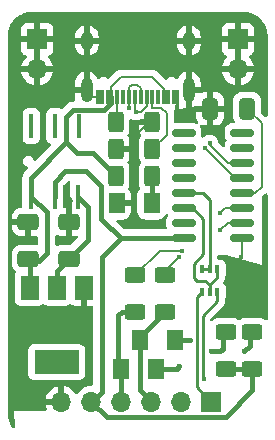
<source format=gbr>
%TF.GenerationSoftware,KiCad,Pcbnew,7.0.1*%
%TF.CreationDate,2023-05-22T21:01:38-04:00*%
%TF.ProjectId,PCB_USB_TTL,5043425f-5553-4425-9f54-544c2e6b6963,rev?*%
%TF.SameCoordinates,Original*%
%TF.FileFunction,Copper,L1,Top*%
%TF.FilePolarity,Positive*%
%FSLAX46Y46*%
G04 Gerber Fmt 4.6, Leading zero omitted, Abs format (unit mm)*
G04 Created by KiCad (PCBNEW 7.0.1) date 2023-05-22 21:01:38*
%MOMM*%
%LPD*%
G01*
G04 APERTURE LIST*
G04 Aperture macros list*
%AMRoundRect*
0 Rectangle with rounded corners*
0 $1 Rounding radius*
0 $2 $3 $4 $5 $6 $7 $8 $9 X,Y pos of 4 corners*
0 Add a 4 corners polygon primitive as box body*
4,1,4,$2,$3,$4,$5,$6,$7,$8,$9,$2,$3,0*
0 Add four circle primitives for the rounded corners*
1,1,$1+$1,$2,$3*
1,1,$1+$1,$4,$5*
1,1,$1+$1,$6,$7*
1,1,$1+$1,$8,$9*
0 Add four rect primitives between the rounded corners*
20,1,$1+$1,$2,$3,$4,$5,0*
20,1,$1+$1,$4,$5,$6,$7,0*
20,1,$1+$1,$6,$7,$8,$9,0*
20,1,$1+$1,$8,$9,$2,$3,0*%
G04 Aperture macros list end*
%TA.AperFunction,SMDPad,CuDef*%
%ADD10RoundRect,0.150000X0.825000X0.150000X-0.825000X0.150000X-0.825000X-0.150000X0.825000X-0.150000X0*%
%TD*%
%TA.AperFunction,SMDPad,CuDef*%
%ADD11RoundRect,0.250000X-0.625000X0.400000X-0.625000X-0.400000X0.625000X-0.400000X0.625000X0.400000X0*%
%TD*%
%TA.AperFunction,SMDPad,CuDef*%
%ADD12RoundRect,0.250000X0.650000X-0.412500X0.650000X0.412500X-0.650000X0.412500X-0.650000X-0.412500X0*%
%TD*%
%TA.AperFunction,SMDPad,CuDef*%
%ADD13RoundRect,0.250001X-0.462499X-0.624999X0.462499X-0.624999X0.462499X0.624999X-0.462499X0.624999X0*%
%TD*%
%TA.AperFunction,SMDPad,CuDef*%
%ADD14R,1.500000X2.000000*%
%TD*%
%TA.AperFunction,SMDPad,CuDef*%
%ADD15R,3.800000X2.000000*%
%TD*%
%TA.AperFunction,SMDPad,CuDef*%
%ADD16RoundRect,0.250000X0.625000X-0.400000X0.625000X0.400000X-0.625000X0.400000X-0.625000X-0.400000X0*%
%TD*%
%TA.AperFunction,SMDPad,CuDef*%
%ADD17RoundRect,0.250000X0.400000X0.625000X-0.400000X0.625000X-0.400000X-0.625000X0.400000X-0.625000X0*%
%TD*%
%TA.AperFunction,SMDPad,CuDef*%
%ADD18RoundRect,0.250000X-0.412500X-0.650000X0.412500X-0.650000X0.412500X0.650000X-0.412500X0.650000X0*%
%TD*%
%TA.AperFunction,SMDPad,CuDef*%
%ADD19RoundRect,0.250000X-0.400000X-0.625000X0.400000X-0.625000X0.400000X0.625000X-0.400000X0.625000X0*%
%TD*%
%TA.AperFunction,SMDPad,CuDef*%
%ADD20R,0.400000X0.650000*%
%TD*%
%TA.AperFunction,SMDPad,CuDef*%
%ADD21R,0.300000X1.150000*%
%TD*%
%TA.AperFunction,ComponentPad*%
%ADD22O,1.000000X2.100000*%
%TD*%
%TA.AperFunction,ComponentPad*%
%ADD23O,1.000000X1.600000*%
%TD*%
%TA.AperFunction,SMDPad,CuDef*%
%ADD24R,0.450000X2.000000*%
%TD*%
%TA.AperFunction,ComponentPad*%
%ADD25R,1.700000X1.700000*%
%TD*%
%TA.AperFunction,ComponentPad*%
%ADD26O,1.700000X1.700000*%
%TD*%
%TA.AperFunction,ViaPad*%
%ADD27C,0.400000*%
%TD*%
%TA.AperFunction,ViaPad*%
%ADD28C,0.800000*%
%TD*%
%TA.AperFunction,Conductor*%
%ADD29C,0.450000*%
%TD*%
%TA.AperFunction,Conductor*%
%ADD30C,0.200000*%
%TD*%
%TA.AperFunction,Conductor*%
%ADD31C,0.250000*%
%TD*%
G04 APERTURE END LIST*
D10*
%TO.P,U3,1,GND*%
%TO.N,GND*%
X152350000Y-80140000D03*
%TO.P,U3,2,TXD*%
%TO.N,Net-(U3-TXD)*%
X152350000Y-78870000D03*
%TO.P,U3,3,RXD*%
%TO.N,Net-(U3-RXD)*%
X152350000Y-77600000D03*
%TO.P,U3,4,V3*%
%TO.N,Net-(U3-V3)*%
X152350000Y-76330000D03*
%TO.P,U3,5,UD+*%
%TO.N,/D+*%
X152350000Y-75060000D03*
%TO.P,U3,6,UD-*%
%TO.N,/D-*%
X152350000Y-73790000D03*
%TO.P,U3,7,NC*%
%TO.N,unconnected-(U3-NC-Pad7)*%
X152350000Y-72520000D03*
%TO.P,U3,8,NC*%
%TO.N,unconnected-(U3-NC-Pad8)*%
X152350000Y-71250000D03*
%TO.P,U3,9,~{CTS}*%
%TO.N,unconnected-(U3-~{CTS}-Pad9)*%
X147400000Y-71250000D03*
%TO.P,U3,10,~{DSR}*%
%TO.N,unconnected-(U3-~{DSR}-Pad10)*%
X147400000Y-72520000D03*
%TO.P,U3,11,~{RI}*%
%TO.N,unconnected-(U3-~{RI}-Pad11)*%
X147400000Y-73790000D03*
%TO.P,U3,12,~{DCD}*%
%TO.N,unconnected-(U3-~{DCD}-Pad12)*%
X147400000Y-75060000D03*
%TO.P,U3,13,~{DTR}*%
%TO.N,/DTR*%
X147400000Y-76330000D03*
%TO.P,U3,14,~{RTS}*%
%TO.N,/RTS*%
X147400000Y-77600000D03*
%TO.P,U3,15,R232*%
%TO.N,unconnected-(U3-R232-Pad15)*%
X147400000Y-78870000D03*
%TO.P,U3,16,VCC*%
%TO.N,VCC*%
X147400000Y-80140000D03*
%TD*%
D11*
%TO.P,R4,1*%
%TO.N,Net-(U3-TXD)*%
X145800000Y-83300000D03*
%TO.P,R4,2*%
%TO.N,/TX*%
X145800000Y-86400000D03*
%TD*%
D12*
%TO.P,C1,1*%
%TO.N,+5V*%
X134250000Y-81912500D03*
%TO.P,C1,2*%
%TO.N,GND*%
X134250000Y-78787500D03*
%TD*%
D11*
%TO.P,R5,1*%
%TO.N,Net-(U3-RXD)*%
X143300000Y-83300000D03*
%TO.P,R5,2*%
%TO.N,/RX*%
X143300000Y-86400000D03*
%TD*%
D13*
%TO.P,D1,1,K*%
%TO.N,GND*%
X141712500Y-77200000D03*
%TO.P,D1,2,A*%
%TO.N,Net-(D1-A)*%
X144687500Y-77200000D03*
%TD*%
D14*
%TO.P,U1,1,GND*%
%TO.N,GND*%
X138950000Y-84350000D03*
%TO.P,U1,2,Q*%
%TO.N,+3.3V*%
X136650000Y-84350000D03*
%TO.P,U1,3,I*%
%TO.N,+5V*%
X134350000Y-84350000D03*
D15*
%TO.P,U1,4*%
%TO.N,N/C*%
X136650000Y-90650000D03*
%TD*%
D12*
%TO.P,C3,1*%
%TO.N,+3.3V*%
X137700000Y-81912500D03*
%TO.P,C3,2*%
%TO.N,GND*%
X137700000Y-78787500D03*
%TD*%
D11*
%TO.P,R6,1*%
%TO.N,Net-(D2-A)*%
X153200000Y-88100000D03*
%TO.P,R6,2*%
%TO.N,VCC*%
X153200000Y-91200000D03*
%TD*%
D16*
%TO.P,R7,1*%
%TO.N,VCC*%
X151000000Y-91200000D03*
%TO.P,R7,2*%
%TO.N,Net-(D3-A)*%
X151000000Y-88100000D03*
%TD*%
D17*
%TO.P,R9,1*%
%TO.N,GND*%
X144750000Y-70300000D03*
%TO.P,R9,2*%
%TO.N,Net-(P1-VCONN)*%
X141650000Y-70300000D03*
%TD*%
D18*
%TO.P,C2,1*%
%TO.N,GND*%
X149637500Y-69200000D03*
%TO.P,C2,2*%
%TO.N,Net-(U3-V3)*%
X152762500Y-69200000D03*
%TD*%
D19*
%TO.P,R3,1*%
%TO.N,+5V*%
X141650000Y-74900000D03*
%TO.P,R3,2*%
%TO.N,Net-(D1-A)*%
X144750000Y-74900000D03*
%TD*%
D17*
%TO.P,R8,1*%
%TO.N,Net-(P1-CC)*%
X144750000Y-72600000D03*
%TO.P,R8,2*%
%TO.N,GND*%
X141650000Y-72600000D03*
%TD*%
D20*
%TO.P,Q3,1,E1*%
%TO.N,/RTS*%
X150250000Y-82800000D03*
%TO.P,Q3,2,B1*%
%TO.N,/DTR*%
X149600000Y-82800000D03*
%TO.P,Q3,3,C2*%
X148950000Y-82800000D03*
%TO.P,Q3,4,E2*%
%TO.N,/ESP_IO0*%
X148950000Y-84700000D03*
%TO.P,Q3,5,B2*%
%TO.N,/RTS*%
X149600000Y-84700000D03*
%TO.P,Q3,6,C1*%
%TO.N,/REST*%
X150250000Y-84700000D03*
%TD*%
D21*
%TO.P,P1,A1,GND*%
%TO.N,GND*%
X146850000Y-68170000D03*
%TO.P,P1,A4,VBUS*%
%TO.N,+5V*%
X146050000Y-68170000D03*
%TO.P,P1,A5,CC*%
%TO.N,Net-(P1-CC)*%
X144750000Y-68170000D03*
%TO.P,P1,A6,D+*%
%TO.N,/D+*%
X143750000Y-68170000D03*
%TO.P,P1,A7,D-*%
%TO.N,/D-*%
X143250000Y-68170000D03*
%TO.P,P1,A8,SBU1*%
%TO.N,unconnected-(P1-SBU1-PadA8)*%
X142250000Y-68170000D03*
%TO.P,P1,A9,VBUS*%
%TO.N,+5V*%
X140950000Y-68170000D03*
%TO.P,P1,A12,GND*%
%TO.N,GND*%
X140150000Y-68170000D03*
%TO.P,P1,B1,GND*%
X140450000Y-68170000D03*
%TO.P,P1,B4,VBUS*%
%TO.N,+5V*%
X141250000Y-68170000D03*
%TO.P,P1,B5,VCONN*%
%TO.N,Net-(P1-VCONN)*%
X141750000Y-68170000D03*
%TO.P,P1,B6*%
%TO.N,N/C*%
X142750000Y-68170000D03*
%TO.P,P1,B7*%
X144250000Y-68170000D03*
%TO.P,P1,B8,SBU2*%
%TO.N,unconnected-(P1-SBU2-PadB8)*%
X145250000Y-68170000D03*
%TO.P,P1,B9,VBUS*%
%TO.N,+5V*%
X145750000Y-68170000D03*
%TO.P,P1,B12,GND*%
%TO.N,GND*%
X146550000Y-68170000D03*
D22*
%TO.P,P1,S1,SHIELD*%
X147820000Y-67605000D03*
D23*
X147820000Y-63425000D03*
D22*
X139180000Y-67605000D03*
D23*
X139180000Y-63425000D03*
%TD*%
D13*
%TO.P,D3,1,K*%
%TO.N,/RX*%
X142112500Y-91200000D03*
%TO.P,D3,2,A*%
%TO.N,Net-(D3-A)*%
X145087500Y-91200000D03*
%TD*%
%TO.P,D2,1,K*%
%TO.N,/TX*%
X143712500Y-88800000D03*
%TO.P,D2,2,A*%
%TO.N,Net-(D2-A)*%
X146687500Y-88800000D03*
%TD*%
D24*
%TO.P,SW1,1*%
%TO.N,unconnected-(SW1-Pad1)*%
X134500000Y-70650000D03*
%TO.P,SW1,2*%
%TO.N,unconnected-(SW1-Pad2)*%
X136500000Y-70650000D03*
%TO.P,SW1,3*%
%TO.N,unconnected-(SW1-Pad3)*%
X138500000Y-70650000D03*
%TO.P,SW1,4*%
%TO.N,+5V*%
X134468000Y-76650000D03*
%TO.P,SW1,5*%
%TO.N,VCC*%
X136468000Y-76650000D03*
%TO.P,SW1,6*%
%TO.N,+3.3V*%
X138468000Y-76650000D03*
%TD*%
D25*
%TO.P,J3,1,Pin_1*%
%TO.N,GND*%
X135000000Y-63325000D03*
D26*
%TO.P,J3,2,Pin_2*%
X135000000Y-65865000D03*
%TD*%
D25*
%TO.P,J2,1,Pin_1*%
%TO.N,/ESP_IO0*%
X149750000Y-94000000D03*
D26*
%TO.P,J2,2,Pin_2*%
%TO.N,/REST*%
X147210000Y-94000000D03*
%TO.P,J2,3,Pin_3*%
%TO.N,/TX*%
X144670000Y-94000000D03*
%TO.P,J2,4,Pin_4*%
%TO.N,/RX*%
X142130000Y-94000000D03*
%TO.P,J2,5,Pin_5*%
%TO.N,VCC*%
X139590000Y-94000000D03*
%TO.P,J2,6,Pin_6*%
%TO.N,GND*%
X137050000Y-94000000D03*
%TD*%
D25*
%TO.P,J4,1,Pin_1*%
%TO.N,GND*%
X152000000Y-63325000D03*
D26*
%TO.P,J4,2,Pin_2*%
X152000000Y-65865000D03*
%TD*%
D27*
%TO.N,GND*%
X152250000Y-81750000D03*
X143250000Y-71500000D03*
D28*
X137600000Y-77000000D03*
D27*
%TO.N,/REST*%
X149105000Y-92105000D03*
%TO.N,/D+*%
X142743376Y-69177350D03*
X149197966Y-72546429D03*
%TO.N,/D-*%
X143349486Y-69450193D03*
X149600000Y-72100000D03*
%TO.N,Net-(D2-A)*%
X147900000Y-88800000D03*
X152500000Y-89750000D03*
%TO.N,Net-(D3-A)*%
X147000000Y-91000000D03*
X149750000Y-89750000D03*
%TO.N,Net-(U3-TXD)*%
X147000000Y-81750000D03*
X150500000Y-79500000D03*
%TO.N,Net-(U3-RXD)*%
X150500000Y-78000000D03*
X147268106Y-81213788D03*
%TD*%
D29*
%TO.N,+5V*%
X134468000Y-76650000D02*
X134468000Y-75032000D01*
X137450000Y-72050000D02*
X137450000Y-69900000D01*
X138025000Y-69325000D02*
X140670000Y-69325000D01*
X138366776Y-72966776D02*
X137450000Y-72050000D01*
X141650000Y-74900000D02*
X139716776Y-72966776D01*
X134468000Y-76650000D02*
X135800000Y-77982000D01*
X135137500Y-82112500D02*
X134250000Y-82112500D01*
X141250000Y-68745000D02*
X141250000Y-68170000D01*
X134468000Y-75032000D02*
X137450000Y-72050000D01*
X134350000Y-82212500D02*
X134250000Y-82112500D01*
D30*
X141250000Y-67345000D02*
X142095000Y-66500000D01*
X144750000Y-66500000D02*
X145750000Y-67500000D01*
D29*
X137450000Y-69900000D02*
X138025000Y-69325000D01*
D30*
X142095000Y-66500000D02*
X144750000Y-66500000D01*
X141250000Y-68170000D02*
X141250000Y-67345000D01*
D29*
X135800000Y-77982000D02*
X135800000Y-81450000D01*
X134350000Y-84350000D02*
X134350000Y-82212500D01*
D30*
X145750000Y-67500000D02*
X145750000Y-68170000D01*
D29*
X135800000Y-81450000D02*
X135137500Y-82112500D01*
X139716776Y-72966776D02*
X138366776Y-72966776D01*
X140670000Y-69325000D02*
X141250000Y-68745000D01*
%TO.N,GND*%
X137700000Y-78787500D02*
X137700000Y-77100000D01*
X137700000Y-77100000D02*
X137600000Y-77000000D01*
D30*
X144450000Y-70300000D02*
X143250000Y-71500000D01*
X152350000Y-81650000D02*
X152250000Y-81750000D01*
X140150000Y-68170000D02*
X139745000Y-68170000D01*
X144750000Y-70300000D02*
X144450000Y-70300000D01*
X139745000Y-68170000D02*
X139180000Y-67605000D01*
X152350000Y-80140000D02*
X152350000Y-81650000D01*
D29*
%TO.N,+3.3V*%
X139300000Y-77482000D02*
X139300000Y-80312500D01*
X136650000Y-84350000D02*
X136650000Y-82962500D01*
X139300000Y-80312500D02*
X137700000Y-81912500D01*
X136650000Y-82962500D02*
X137700000Y-81912500D01*
X138468000Y-76650000D02*
X139300000Y-77482000D01*
D30*
%TO.N,Net-(U3-V3)*%
X152762500Y-69200000D02*
X154000000Y-70437500D01*
X154000000Y-75800000D02*
X153460000Y-76340000D01*
X153460000Y-76340000D02*
X152100000Y-76340000D01*
X154000000Y-70437500D02*
X154000000Y-75800000D01*
D29*
%TO.N,VCC*%
X140440000Y-93150000D02*
X140440000Y-81760000D01*
X140440000Y-81760000D02*
X142050000Y-80150000D01*
X139590000Y-94000000D02*
X140440000Y-93150000D01*
X136468000Y-75382000D02*
X137350000Y-74500000D01*
X139150000Y-74500000D02*
X140400000Y-75750000D01*
X140865000Y-95275000D02*
X150975000Y-95275000D01*
X139590000Y-94000000D02*
X140865000Y-95275000D01*
X136468000Y-76650000D02*
X136468000Y-75382000D01*
X153200000Y-93050000D02*
X153200000Y-91200000D01*
X140400000Y-78500000D02*
X142050000Y-80150000D01*
X137350000Y-74500000D02*
X139150000Y-74500000D01*
X140400000Y-75750000D02*
X140400000Y-78500000D01*
X150975000Y-95275000D02*
X153200000Y-93050000D01*
X153200000Y-91200000D02*
X151000000Y-91200000D01*
X142050000Y-80150000D02*
X147150000Y-80150000D01*
D31*
%TO.N,/ESP_IO0*%
X148500000Y-92750000D02*
X149750000Y-94000000D01*
X148950000Y-84700000D02*
X148500000Y-85150000D01*
X148500000Y-85150000D02*
X148500000Y-92750000D01*
%TO.N,/REST*%
X150250000Y-85500000D02*
X150250000Y-84700000D01*
X149000000Y-86750000D02*
X150250000Y-85500000D01*
X149105000Y-92105000D02*
X149000000Y-92000000D01*
X149000000Y-92000000D02*
X149000000Y-86750000D01*
D29*
%TO.N,/TX*%
X143712500Y-88800000D02*
X143712500Y-93042500D01*
X143712500Y-88800000D02*
X143712500Y-88487500D01*
X143712500Y-93042500D02*
X144670000Y-94000000D01*
X143712500Y-88487500D02*
X145800000Y-86400000D01*
%TO.N,/RX*%
X142130000Y-91217500D02*
X142112500Y-91200000D01*
X142150000Y-86400000D02*
X141850000Y-86700000D01*
X141850000Y-86700000D02*
X141850000Y-90937500D01*
X142130000Y-94000000D02*
X142130000Y-91217500D01*
X141850000Y-90937500D02*
X142112500Y-91200000D01*
X143300000Y-86400000D02*
X142150000Y-86400000D01*
%TO.N,Net-(D1-A)*%
X144687500Y-77200000D02*
X144687500Y-74962500D01*
X144687500Y-74962500D02*
X144750000Y-74900000D01*
D30*
%TO.N,/D+*%
X143450000Y-67150000D02*
X143750000Y-67450000D01*
X142750000Y-67400000D02*
X143000000Y-67150000D01*
X142743376Y-69177350D02*
X142743376Y-68176624D01*
X149235033Y-72546429D02*
X151758604Y-75070000D01*
X143750000Y-67450000D02*
X143750000Y-68170000D01*
X142743376Y-68176624D02*
X142750000Y-68170000D01*
X149197966Y-72546429D02*
X149235033Y-72546429D01*
X151758604Y-75070000D02*
X152100000Y-75070000D01*
X142750000Y-68170000D02*
X142750000Y-67400000D01*
X143000000Y-67150000D02*
X143450000Y-67150000D01*
%TO.N,/D-*%
X144250000Y-68995000D02*
X144250000Y-68170000D01*
X143300000Y-68220000D02*
X143250000Y-68170000D01*
X143300000Y-69400707D02*
X143300000Y-68220000D01*
X143349486Y-69450193D02*
X143794807Y-69450193D01*
X143794807Y-69450193D02*
X144250000Y-68995000D01*
X143349486Y-69450193D02*
X143300000Y-69400707D01*
X151150000Y-73800000D02*
X152100000Y-73800000D01*
X149600000Y-72100000D02*
X149600000Y-72250000D01*
X149600000Y-72250000D02*
X151150000Y-73800000D01*
D29*
%TO.N,Net-(D2-A)*%
X153000000Y-88300000D02*
X153200000Y-88100000D01*
X153000000Y-89250000D02*
X153000000Y-88300000D01*
X152500000Y-89750000D02*
X153000000Y-89250000D01*
X147900000Y-88800000D02*
X146687500Y-88800000D01*
%TO.N,Net-(D3-A)*%
X146800000Y-91200000D02*
X147000000Y-91000000D01*
X145087500Y-91200000D02*
X146800000Y-91200000D01*
X150750000Y-89500000D02*
X150750000Y-88350000D01*
X150750000Y-88350000D02*
X151000000Y-88100000D01*
X149750000Y-89750000D02*
X150500000Y-89750000D01*
X150500000Y-89750000D02*
X150750000Y-89500000D01*
D30*
%TO.N,Net-(P1-VCONN)*%
X141775000Y-70275000D02*
X141775000Y-68170000D01*
X141750000Y-70300000D02*
X141775000Y-70275000D01*
D31*
%TO.N,/RTS*%
X149225000Y-83750000D02*
X149600000Y-84125000D01*
X148250000Y-82325000D02*
X148250000Y-83500000D01*
X149600000Y-84700000D02*
X149600000Y-84125000D01*
X148160355Y-77610000D02*
X149050000Y-78499645D01*
X149050000Y-78499645D02*
X149050000Y-81525000D01*
X147150000Y-77610000D02*
X148160355Y-77610000D01*
X148500000Y-83750000D02*
X149225000Y-83750000D01*
X150250000Y-83475000D02*
X150250000Y-82800000D01*
X149050000Y-81525000D02*
X148250000Y-82325000D01*
X148250000Y-83500000D02*
X148500000Y-83750000D01*
X149600000Y-84125000D02*
X150250000Y-83475000D01*
%TO.N,/DTR*%
X149600000Y-76900000D02*
X149040000Y-76340000D01*
X149600000Y-82800000D02*
X148950000Y-82800000D01*
X149600000Y-82800000D02*
X149600000Y-76900000D01*
X149040000Y-76340000D02*
X147150000Y-76340000D01*
D30*
%TO.N,Net-(P1-CC)*%
X145950000Y-71400000D02*
X144750000Y-72600000D01*
X145950000Y-69597183D02*
X145950000Y-71400000D01*
X145477817Y-69125000D02*
X145950000Y-69597183D01*
X144750000Y-68170000D02*
X144750000Y-69125000D01*
X144750000Y-69125000D02*
X145477817Y-69125000D01*
%TO.N,Net-(U3-TXD)*%
X145800000Y-83300000D02*
X145800000Y-82950000D01*
X150500000Y-79500000D02*
X151130000Y-78870000D01*
X151130000Y-78870000D02*
X152350000Y-78870000D01*
X145800000Y-82950000D02*
X147000000Y-81750000D01*
%TO.N,Net-(U3-RXD)*%
X150500000Y-78000000D02*
X150900000Y-77600000D01*
X143300000Y-83300000D02*
X145386212Y-81213788D01*
X145386212Y-81213788D02*
X147268106Y-81213788D01*
X150900000Y-77600000D02*
X152350000Y-77600000D01*
%TD*%
%TA.AperFunction,Conductor*%
%TO.N,GND*%
G36*
X152504119Y-61000770D02*
G01*
X152583648Y-61005982D01*
X152761461Y-61018699D01*
X152777024Y-61020796D01*
X152888397Y-61042949D01*
X152890394Y-61043364D01*
X153030143Y-61073765D01*
X153043806Y-61077557D01*
X153157737Y-61116232D01*
X153161067Y-61117417D01*
X153288725Y-61165031D01*
X153300384Y-61170065D01*
X153410600Y-61224418D01*
X153415254Y-61226835D01*
X153532421Y-61290812D01*
X153541994Y-61296608D01*
X153645238Y-61365594D01*
X153650724Y-61369477D01*
X153756668Y-61448786D01*
X153764216Y-61454906D01*
X153857936Y-61537097D01*
X153863953Y-61542733D01*
X153957265Y-61636045D01*
X153962901Y-61642062D01*
X154045092Y-61735782D01*
X154051218Y-61743337D01*
X154105338Y-61815633D01*
X154130519Y-61849271D01*
X154134415Y-61854776D01*
X154203382Y-61957993D01*
X154209196Y-61967595D01*
X154273162Y-62084742D01*
X154275580Y-62089398D01*
X154329925Y-62199597D01*
X154334975Y-62211293D01*
X154382549Y-62338843D01*
X154383794Y-62342342D01*
X154422434Y-62456170D01*
X154426240Y-62469881D01*
X154456613Y-62609506D01*
X154457071Y-62611708D01*
X154479200Y-62722959D01*
X154481300Y-62738551D01*
X154493993Y-62916021D01*
X154494044Y-62916768D01*
X154499230Y-62995880D01*
X154499500Y-63004122D01*
X154499500Y-69772261D01*
X154485767Y-69829464D01*
X154447561Y-69874197D01*
X154393211Y-69896710D01*
X154334564Y-69892094D01*
X154284405Y-69861356D01*
X153970404Y-69547355D01*
X153943090Y-69506478D01*
X153933499Y-69458260D01*
X153933499Y-68499460D01*
X153933499Y-68499456D01*
X153922887Y-68395574D01*
X153867115Y-68227262D01*
X153774030Y-68076348D01*
X153774028Y-68076346D01*
X153774027Y-68076344D01*
X153648655Y-67950972D01*
X153648652Y-67950970D01*
X153497738Y-67857885D01*
X153329426Y-67802113D01*
X153225545Y-67791500D01*
X153225540Y-67791500D01*
X152299459Y-67791500D01*
X152195573Y-67802113D01*
X152027262Y-67857885D01*
X151876344Y-67950972D01*
X151750972Y-68076344D01*
X151750970Y-68076348D01*
X151657885Y-68227262D01*
X151602113Y-68395574D01*
X151592769Y-68487040D01*
X151591500Y-68499459D01*
X151591500Y-69900540D01*
X151599518Y-69979024D01*
X151602113Y-70004426D01*
X151657885Y-70172738D01*
X151704884Y-70248935D01*
X151705142Y-70249353D01*
X151723871Y-70312752D01*
X151707925Y-70376907D01*
X151661693Y-70424158D01*
X151597901Y-70441500D01*
X151458498Y-70441500D01*
X151435167Y-70443336D01*
X151421166Y-70444438D01*
X151261400Y-70490854D01*
X151118189Y-70575549D01*
X151000549Y-70693189D01*
X150915854Y-70836400D01*
X150869438Y-70996166D01*
X150869438Y-70996169D01*
X150866500Y-71033498D01*
X150866500Y-71466502D01*
X150868598Y-71493165D01*
X150869438Y-71503833D01*
X150912623Y-71652477D01*
X150915855Y-71663601D01*
X150996521Y-71800000D01*
X151008650Y-71820508D01*
X151005071Y-71822624D01*
X151022256Y-71852389D01*
X151022256Y-71917611D01*
X151005071Y-71947375D01*
X151008650Y-71949492D01*
X150915854Y-72106400D01*
X150869438Y-72266166D01*
X150869438Y-72266169D01*
X150867308Y-72293241D01*
X150866500Y-72303503D01*
X150866500Y-72351761D01*
X150852767Y-72408964D01*
X150814561Y-72453697D01*
X150760211Y-72476210D01*
X150701564Y-72471594D01*
X150651405Y-72440856D01*
X150344885Y-72134336D01*
X150320695Y-72100400D01*
X150308899Y-72060428D01*
X150292965Y-71929199D01*
X150231955Y-71768327D01*
X150231954Y-71768325D01*
X150134215Y-71626727D01*
X150005430Y-71512633D01*
X149853083Y-71432675D01*
X149686028Y-71391500D01*
X149513972Y-71391500D01*
X149346917Y-71432675D01*
X149346916Y-71432675D01*
X149346914Y-71432676D01*
X149194571Y-71512632D01*
X149089939Y-71605328D01*
X149037573Y-71633094D01*
X148978305Y-71633846D01*
X148925252Y-71607416D01*
X148890152Y-71559654D01*
X148880775Y-71501128D01*
X148883500Y-71466508D01*
X148883500Y-71033503D01*
X148883500Y-71033498D01*
X148880562Y-70996169D01*
X148834145Y-70836399D01*
X148771939Y-70731215D01*
X148754546Y-70673262D01*
X148766175Y-70613881D01*
X148804145Y-70566768D01*
X148859700Y-70542789D01*
X148920027Y-70547474D01*
X149070671Y-70597393D01*
X149174497Y-70608000D01*
X149383500Y-70608000D01*
X149383500Y-69454000D01*
X149891500Y-69454000D01*
X149891500Y-70608000D01*
X150100503Y-70608000D01*
X150204328Y-70597393D01*
X150372522Y-70541659D01*
X150523342Y-70448632D01*
X150648632Y-70323342D01*
X150741659Y-70172522D01*
X150797393Y-70004328D01*
X150808000Y-69900503D01*
X150808000Y-69454000D01*
X149891500Y-69454000D01*
X149383500Y-69454000D01*
X148467000Y-69454000D01*
X148467000Y-69900503D01*
X148477606Y-70004328D01*
X148533340Y-70172522D01*
X148610605Y-70297787D01*
X148629043Y-70354940D01*
X148618931Y-70414136D01*
X148582567Y-70461928D01*
X148528211Y-70487460D01*
X148468211Y-70484931D01*
X148328833Y-70444438D01*
X148318165Y-70443598D01*
X148291502Y-70441500D01*
X148291497Y-70441500D01*
X146684500Y-70441500D01*
X146621500Y-70424619D01*
X146575381Y-70378500D01*
X146558500Y-70315500D01*
X146558500Y-69645327D01*
X146559578Y-69628881D01*
X146559769Y-69627425D01*
X146563751Y-69597183D01*
X146542838Y-69438332D01*
X146542837Y-69438329D01*
X146538235Y-69427217D01*
X146529251Y-69366649D01*
X146549879Y-69308997D01*
X146595248Y-69267878D01*
X146654644Y-69253000D01*
X146700000Y-69253000D01*
X146700000Y-68879460D01*
X146700722Y-68865992D01*
X146708500Y-68793640D01*
X146708500Y-68146000D01*
X146725381Y-68083000D01*
X146771500Y-68036881D01*
X146834500Y-68020000D01*
X146874000Y-68020000D01*
X146937000Y-68036881D01*
X146983119Y-68083000D01*
X147000000Y-68146000D01*
X147000000Y-69253000D01*
X147048589Y-69253000D01*
X147109093Y-69246494D01*
X147245962Y-69195445D01*
X147348168Y-69118935D01*
X147401859Y-69095706D01*
X147460253Y-69099229D01*
X147565999Y-69131307D01*
X147566000Y-69131307D01*
X148074000Y-69131307D01*
X148207609Y-69090776D01*
X148382725Y-68997174D01*
X148410234Y-68974600D01*
X148447719Y-68953365D01*
X148490166Y-68946000D01*
X149383500Y-68946000D01*
X149383500Y-67792000D01*
X149891500Y-67792000D01*
X149891500Y-68946000D01*
X150808000Y-68946000D01*
X150808000Y-68499497D01*
X150797393Y-68395671D01*
X150741659Y-68227477D01*
X150648632Y-68076657D01*
X150523342Y-67951367D01*
X150372522Y-67858340D01*
X150204328Y-67802606D01*
X150100503Y-67792000D01*
X149891500Y-67792000D01*
X149383500Y-67792000D01*
X149174497Y-67792000D01*
X149070676Y-67802606D01*
X148919790Y-67852605D01*
X148880157Y-67859000D01*
X148074000Y-67859000D01*
X148074000Y-69131307D01*
X147566000Y-69131307D01*
X147566000Y-66078693D01*
X147565999Y-66078692D01*
X148074000Y-66078692D01*
X148074000Y-67351000D01*
X148828000Y-67351000D01*
X148828000Y-67005479D01*
X148813415Y-66857396D01*
X148755776Y-66667390D01*
X148662176Y-66492276D01*
X148536212Y-66338787D01*
X148382723Y-66212823D01*
X148207609Y-66119223D01*
X148206874Y-66119000D01*
X150663455Y-66119000D01*
X150711177Y-66307451D01*
X150801580Y-66513548D01*
X150924678Y-66701962D01*
X151077096Y-66867533D01*
X151254697Y-67005766D01*
X151452631Y-67112883D01*
X151665485Y-67185955D01*
X151746000Y-67199391D01*
X151746000Y-66119000D01*
X152254000Y-66119000D01*
X152254000Y-67199391D01*
X152334514Y-67185955D01*
X152547368Y-67112883D01*
X152745302Y-67005766D01*
X152922903Y-66867533D01*
X153075321Y-66701962D01*
X153198419Y-66513548D01*
X153288822Y-66307451D01*
X153336544Y-66119000D01*
X152254000Y-66119000D01*
X151746000Y-66119000D01*
X150663455Y-66119000D01*
X148206874Y-66119000D01*
X148074000Y-66078692D01*
X147565999Y-66078692D01*
X147432390Y-66119223D01*
X147257276Y-66212823D01*
X147103787Y-66338787D01*
X146977824Y-66492274D01*
X146919569Y-66601262D01*
X146884330Y-66642452D01*
X146835046Y-66665025D01*
X146780839Y-66664803D01*
X146731743Y-66641827D01*
X146680233Y-66602302D01*
X146680232Y-66602301D01*
X146540235Y-66544312D01*
X146427720Y-66529500D01*
X146352280Y-66529500D01*
X146239764Y-66544312D01*
X146099765Y-66602302D01*
X145968504Y-66703023D01*
X145913680Y-66727147D01*
X145853911Y-66723229D01*
X145802705Y-66692156D01*
X145214315Y-66103766D01*
X145203448Y-66091375D01*
X145183986Y-66066011D01*
X145152074Y-66041524D01*
X145152074Y-66041525D01*
X145152072Y-66041523D01*
X145081096Y-65987061D01*
X145056875Y-65968475D01*
X144952204Y-65925119D01*
X144908851Y-65907162D01*
X144908850Y-65907161D01*
X144908848Y-65907161D01*
X144889468Y-65904608D01*
X144889456Y-65904608D01*
X144875469Y-65902766D01*
X144781703Y-65890422D01*
X144781691Y-65890422D01*
X144750000Y-65886250D01*
X144718307Y-65890422D01*
X144701864Y-65891500D01*
X142143136Y-65891500D01*
X142126690Y-65890422D01*
X142095000Y-65886250D01*
X142063310Y-65890422D01*
X142063296Y-65890422D01*
X141936150Y-65907161D01*
X141788126Y-65968475D01*
X141750953Y-65987061D01*
X141723478Y-66018079D01*
X141692931Y-66041520D01*
X141692930Y-66041521D01*
X141661011Y-66066014D01*
X141641545Y-66091381D01*
X141630681Y-66103768D01*
X141109591Y-66624858D01*
X141058385Y-66655931D01*
X140998616Y-66659849D01*
X140943792Y-66635726D01*
X140900232Y-66602301D01*
X140760235Y-66544312D01*
X140647720Y-66529500D01*
X140572280Y-66529500D01*
X140459764Y-66544312D01*
X140319765Y-66602302D01*
X140268254Y-66641828D01*
X140219157Y-66664804D01*
X140164950Y-66665025D01*
X140115667Y-66642451D01*
X140080429Y-66601260D01*
X140022177Y-66492278D01*
X139896212Y-66338787D01*
X139742723Y-66212823D01*
X139567609Y-66119223D01*
X139434000Y-66078692D01*
X139434000Y-67733000D01*
X139417119Y-67796000D01*
X139371000Y-67842119D01*
X139308000Y-67859000D01*
X138172000Y-67859000D01*
X138172000Y-68204521D01*
X138186584Y-68352601D01*
X138209737Y-68428923D01*
X138213308Y-68487040D01*
X138190367Y-68540558D01*
X138145814Y-68578046D01*
X138089163Y-68591500D01*
X138087617Y-68591500D01*
X138069357Y-68590170D01*
X138046480Y-68586819D01*
X138046479Y-68586819D01*
X137998448Y-68591021D01*
X137987469Y-68591500D01*
X137982277Y-68591500D01*
X137952299Y-68595003D01*
X137948659Y-68595375D01*
X137874069Y-68601902D01*
X137856205Y-68605862D01*
X137785883Y-68631457D01*
X137782425Y-68632659D01*
X137711360Y-68656209D01*
X137694911Y-68664172D01*
X137632396Y-68705289D01*
X137629307Y-68707257D01*
X137565595Y-68746555D01*
X137551414Y-68758107D01*
X137500072Y-68812526D01*
X137497519Y-68815153D01*
X137129818Y-69182854D01*
X137079088Y-69213776D01*
X137019827Y-69218014D01*
X136988493Y-69204595D01*
X136988178Y-69205442D01*
X136971204Y-69199111D01*
X136834201Y-69148011D01*
X136773638Y-69141500D01*
X136226362Y-69141500D01*
X136165799Y-69148011D01*
X136028794Y-69199111D01*
X135911738Y-69286738D01*
X135824111Y-69403794D01*
X135785812Y-69506478D01*
X135773011Y-69540799D01*
X135766500Y-69601362D01*
X135766500Y-71698638D01*
X135773011Y-71759201D01*
X135790767Y-71806807D01*
X135824111Y-71896205D01*
X135911738Y-72013261D01*
X136028794Y-72100888D01*
X136028795Y-72100888D01*
X136028796Y-72100889D01*
X136070026Y-72116267D01*
X136087627Y-72122832D01*
X136138819Y-72158375D01*
X136166715Y-72214105D01*
X136164491Y-72276386D01*
X136132690Y-72329983D01*
X134894713Y-73567959D01*
X134843269Y-73599107D01*
X134783246Y-73602862D01*
X134728321Y-73578369D01*
X134691005Y-73531207D01*
X134678826Y-73504540D01*
X134632882Y-73403937D01*
X134548049Y-73306033D01*
X134439069Y-73235996D01*
X134439068Y-73235995D01*
X134439067Y-73235995D01*
X134314773Y-73199500D01*
X134314772Y-73199500D01*
X134185228Y-73199500D01*
X134185227Y-73199500D01*
X134060932Y-73235995D01*
X133951951Y-73306033D01*
X133867117Y-73403938D01*
X133813302Y-73521774D01*
X133794866Y-73650000D01*
X133813302Y-73778225D01*
X133861151Y-73882998D01*
X133867118Y-73896063D01*
X133951951Y-73993967D01*
X134060931Y-74064004D01*
X134090105Y-74072570D01*
X134118250Y-74080834D01*
X134173423Y-74114239D01*
X134204838Y-74170569D01*
X134204262Y-74235065D01*
X134171847Y-74290825D01*
X133993610Y-74469062D01*
X133979762Y-74481030D01*
X133961216Y-74494837D01*
X133930227Y-74531768D01*
X133922814Y-74539859D01*
X133919128Y-74543544D01*
X133900363Y-74567275D01*
X133898055Y-74570108D01*
X133849959Y-74627428D01*
X133840137Y-74642845D01*
X133808495Y-74710702D01*
X133806899Y-74713999D01*
X133773322Y-74780857D01*
X133767315Y-74798140D01*
X133752183Y-74871418D01*
X133751391Y-74874992D01*
X133734128Y-74947833D01*
X133732271Y-74966013D01*
X133732318Y-74967635D01*
X133732318Y-74967636D01*
X133733919Y-75022657D01*
X133734447Y-75040807D01*
X133734500Y-75044471D01*
X133734500Y-76587384D01*
X133733170Y-76605644D01*
X133729819Y-76628520D01*
X133734021Y-76676551D01*
X133734500Y-76687532D01*
X133734500Y-77491000D01*
X133717619Y-77554000D01*
X133671500Y-77600119D01*
X133608500Y-77617000D01*
X133549497Y-77617000D01*
X133445671Y-77627606D01*
X133277477Y-77683340D01*
X133126657Y-77776367D01*
X133001367Y-77901657D01*
X132908340Y-78052477D01*
X132852606Y-78220671D01*
X132842000Y-78324497D01*
X132842000Y-78533500D01*
X134378000Y-78533500D01*
X134441000Y-78550381D01*
X134487119Y-78596500D01*
X134504000Y-78659500D01*
X134504000Y-79958000D01*
X134940500Y-79958000D01*
X135003500Y-79974881D01*
X135049619Y-80021000D01*
X135066500Y-80084000D01*
X135066500Y-80615500D01*
X135049619Y-80678500D01*
X135003500Y-80724619D01*
X134940500Y-80741500D01*
X133549459Y-80741500D01*
X133445573Y-80752113D01*
X133277262Y-80807885D01*
X133126344Y-80900972D01*
X133000972Y-81026344D01*
X133000970Y-81026348D01*
X132907885Y-81177262D01*
X132852113Y-81345574D01*
X132846529Y-81400236D01*
X132841500Y-81449459D01*
X132841500Y-82375540D01*
X132845769Y-82417325D01*
X132852113Y-82479426D01*
X132907885Y-82647738D01*
X132996510Y-82791421D01*
X133000972Y-82798655D01*
X133136761Y-82934444D01*
X133134095Y-82937109D01*
X133163138Y-82968830D01*
X133175993Y-83036483D01*
X133151361Y-83100790D01*
X133149111Y-83103795D01*
X133149110Y-83103796D01*
X133149111Y-83103796D01*
X133098011Y-83240799D01*
X133091500Y-83301362D01*
X133091500Y-85398638D01*
X133098011Y-85459201D01*
X133111675Y-85495834D01*
X133149111Y-85596205D01*
X133236738Y-85713261D01*
X133353794Y-85800888D01*
X133353795Y-85800888D01*
X133353796Y-85800889D01*
X133490799Y-85851989D01*
X133551362Y-85858500D01*
X135148638Y-85858500D01*
X135209201Y-85851989D01*
X135346204Y-85800889D01*
X135424492Y-85742282D01*
X135473216Y-85720032D01*
X135526784Y-85720032D01*
X135575507Y-85742282D01*
X135653796Y-85800889D01*
X135790799Y-85851989D01*
X135851362Y-85858500D01*
X137448638Y-85858500D01*
X137509201Y-85851989D01*
X137646204Y-85800889D01*
X137724908Y-85741971D01*
X137773633Y-85719719D01*
X137827200Y-85719719D01*
X137875927Y-85741971D01*
X137954039Y-85800446D01*
X138090906Y-85851494D01*
X138151411Y-85858000D01*
X138696000Y-85858000D01*
X138696000Y-84222000D01*
X138712881Y-84159000D01*
X138759000Y-84112881D01*
X138822000Y-84096000D01*
X139078000Y-84096000D01*
X139141000Y-84112881D01*
X139187119Y-84159000D01*
X139204000Y-84222000D01*
X139204000Y-85858000D01*
X139580500Y-85858000D01*
X139643500Y-85874881D01*
X139689619Y-85921000D01*
X139706500Y-85984000D01*
X139706500Y-92515500D01*
X139689619Y-92578500D01*
X139643500Y-92624619D01*
X139580500Y-92641500D01*
X139477431Y-92641500D01*
X139255365Y-92678556D01*
X139255362Y-92678556D01*
X139255362Y-92678557D01*
X139042426Y-92751657D01*
X138844421Y-92858812D01*
X138666762Y-92997091D01*
X138514275Y-93162735D01*
X138425182Y-93299101D01*
X138379669Y-93340999D01*
X138319700Y-93356185D01*
X138259731Y-93340999D01*
X138214217Y-93299101D01*
X138125321Y-93163037D01*
X137972903Y-92997466D01*
X137795302Y-92859233D01*
X137597368Y-92752116D01*
X137384514Y-92679044D01*
X137304000Y-92665609D01*
X137304000Y-94128000D01*
X137287119Y-94191000D01*
X137241000Y-94237119D01*
X137178000Y-94254000D01*
X135713455Y-94254000D01*
X135761177Y-94442451D01*
X135818164Y-94572366D01*
X135828394Y-94632792D01*
X135808905Y-94690897D01*
X135764308Y-94732934D01*
X135705154Y-94748958D01*
X132999999Y-94799999D01*
X133138929Y-96119836D01*
X133128880Y-96183932D01*
X133088272Y-96234531D01*
X133027872Y-96258217D01*
X132963693Y-96248712D01*
X132912754Y-96208536D01*
X132869477Y-96150724D01*
X132865594Y-96145238D01*
X132796608Y-96041994D01*
X132790812Y-96032421D01*
X132726835Y-95915254D01*
X132724418Y-95910600D01*
X132715614Y-95892747D01*
X132670065Y-95800384D01*
X132665031Y-95788725D01*
X132617417Y-95661067D01*
X132616232Y-95657737D01*
X132577557Y-95543806D01*
X132573765Y-95530143D01*
X132543364Y-95390394D01*
X132542949Y-95388397D01*
X132520796Y-95277024D01*
X132518699Y-95261461D01*
X132505977Y-95083570D01*
X132500770Y-95004119D01*
X132500500Y-94995880D01*
X132500500Y-93745999D01*
X135713455Y-93745999D01*
X135713456Y-93746000D01*
X136796000Y-93746000D01*
X136796000Y-92665609D01*
X136715485Y-92679044D01*
X136502631Y-92752116D01*
X136304697Y-92859233D01*
X136127096Y-92997466D01*
X135974678Y-93163037D01*
X135851580Y-93351451D01*
X135761177Y-93557548D01*
X135713455Y-93745999D01*
X132500500Y-93745999D01*
X132500500Y-91698638D01*
X134241500Y-91698638D01*
X134248011Y-91759201D01*
X134269848Y-91817747D01*
X134299111Y-91896205D01*
X134386738Y-92013261D01*
X134503794Y-92100888D01*
X134503795Y-92100888D01*
X134503796Y-92100889D01*
X134640799Y-92151989D01*
X134701362Y-92158500D01*
X138598638Y-92158500D01*
X138659201Y-92151989D01*
X138796204Y-92100889D01*
X138913261Y-92013261D01*
X139000889Y-91896204D01*
X139051989Y-91759201D01*
X139058500Y-91698638D01*
X139058500Y-89601362D01*
X139051989Y-89540799D01*
X139000889Y-89403796D01*
X139000888Y-89403794D01*
X138913261Y-89286738D01*
X138796205Y-89199111D01*
X138727702Y-89173561D01*
X138659201Y-89148011D01*
X138598638Y-89141500D01*
X134701362Y-89141500D01*
X134640799Y-89148011D01*
X134503794Y-89199111D01*
X134386738Y-89286738D01*
X134299111Y-89403794D01*
X134272350Y-89475544D01*
X134248011Y-89540799D01*
X134241500Y-89601362D01*
X134241500Y-91698638D01*
X132500500Y-91698638D01*
X132500500Y-79041500D01*
X132842000Y-79041500D01*
X132842000Y-79250503D01*
X132852606Y-79354328D01*
X132908340Y-79522522D01*
X133001367Y-79673342D01*
X133126657Y-79798632D01*
X133277477Y-79891659D01*
X133445671Y-79947393D01*
X133549497Y-79958000D01*
X133996000Y-79958000D01*
X133996000Y-79041500D01*
X132842000Y-79041500D01*
X132500500Y-79041500D01*
X132500500Y-71698638D01*
X133766500Y-71698638D01*
X133773011Y-71759201D01*
X133790767Y-71806807D01*
X133824111Y-71896205D01*
X133911738Y-72013261D01*
X134028794Y-72100888D01*
X134028795Y-72100888D01*
X134028796Y-72100889D01*
X134165799Y-72151989D01*
X134226362Y-72158500D01*
X134773638Y-72158500D01*
X134834201Y-72151989D01*
X134971204Y-72100889D01*
X135088261Y-72013261D01*
X135175889Y-71896204D01*
X135226989Y-71759201D01*
X135233500Y-71698638D01*
X135233500Y-69601362D01*
X135226989Y-69540799D01*
X135175889Y-69403796D01*
X135175888Y-69403794D01*
X135088261Y-69286738D01*
X134971205Y-69199111D01*
X134902702Y-69173560D01*
X134834201Y-69148011D01*
X134773638Y-69141500D01*
X134226362Y-69141500D01*
X134165799Y-69148011D01*
X134028794Y-69199111D01*
X133911738Y-69286738D01*
X133824111Y-69403794D01*
X133785812Y-69506478D01*
X133773011Y-69540799D01*
X133766500Y-69601362D01*
X133766500Y-71698638D01*
X132500500Y-71698638D01*
X132500500Y-67351000D01*
X138172000Y-67351000D01*
X138926000Y-67351000D01*
X138926000Y-66078693D01*
X138925999Y-66078692D01*
X138792390Y-66119223D01*
X138617276Y-66212823D01*
X138463787Y-66338787D01*
X138337823Y-66492276D01*
X138244223Y-66667390D01*
X138186584Y-66857396D01*
X138172000Y-67005479D01*
X138172000Y-67351000D01*
X132500500Y-67351000D01*
X132500500Y-66119000D01*
X133663455Y-66119000D01*
X133711177Y-66307451D01*
X133801580Y-66513548D01*
X133924678Y-66701962D01*
X134077096Y-66867533D01*
X134254697Y-67005766D01*
X134452631Y-67112883D01*
X134665485Y-67185955D01*
X134746000Y-67199391D01*
X134746000Y-66119000D01*
X135254000Y-66119000D01*
X135254000Y-67199391D01*
X135334514Y-67185955D01*
X135547368Y-67112883D01*
X135745302Y-67005766D01*
X135922903Y-66867533D01*
X136075321Y-66701962D01*
X136198419Y-66513548D01*
X136288822Y-66307451D01*
X136336544Y-66119000D01*
X135254000Y-66119000D01*
X134746000Y-66119000D01*
X133663455Y-66119000D01*
X132500500Y-66119000D01*
X132500500Y-63579000D01*
X133642000Y-63579000D01*
X133642000Y-64223589D01*
X133648505Y-64284093D01*
X133699554Y-64420962D01*
X133787095Y-64537904D01*
X133904037Y-64625445D01*
X134019678Y-64668577D01*
X134070012Y-64703141D01*
X134098187Y-64757311D01*
X134097585Y-64818366D01*
X134068348Y-64871970D01*
X133924675Y-65028040D01*
X133801580Y-65216451D01*
X133711177Y-65422548D01*
X133663455Y-65610999D01*
X133663456Y-65611000D01*
X134746000Y-65611000D01*
X134746000Y-63579000D01*
X135254000Y-63579000D01*
X135254000Y-65611000D01*
X136336544Y-65611000D01*
X136336544Y-65610999D01*
X136288822Y-65422548D01*
X136198419Y-65216451D01*
X136075321Y-65028037D01*
X135931652Y-64871970D01*
X135902415Y-64818366D01*
X135901812Y-64757311D01*
X135929987Y-64703140D01*
X135980321Y-64668577D01*
X136095962Y-64625445D01*
X136212904Y-64537904D01*
X136300445Y-64420962D01*
X136351494Y-64284093D01*
X136358000Y-64223589D01*
X136358000Y-63679000D01*
X138172000Y-63679000D01*
X138172000Y-63774521D01*
X138186584Y-63922603D01*
X138244223Y-64112609D01*
X138337823Y-64287723D01*
X138463787Y-64441212D01*
X138617276Y-64567176D01*
X138792390Y-64660776D01*
X138925999Y-64701307D01*
X138926000Y-64701307D01*
X138926000Y-63679000D01*
X139434000Y-63679000D01*
X139434000Y-64701307D01*
X139567609Y-64660776D01*
X139742723Y-64567176D01*
X139896212Y-64441212D01*
X140022176Y-64287723D01*
X140115776Y-64112609D01*
X140173415Y-63922603D01*
X140188000Y-63774521D01*
X140188000Y-63679000D01*
X146812000Y-63679000D01*
X146812000Y-63774521D01*
X146826584Y-63922603D01*
X146884223Y-64112609D01*
X146977823Y-64287723D01*
X147103787Y-64441212D01*
X147257276Y-64567176D01*
X147432390Y-64660776D01*
X147565999Y-64701307D01*
X147566000Y-64701307D01*
X147566000Y-63679000D01*
X148074000Y-63679000D01*
X148074000Y-64701307D01*
X148207609Y-64660776D01*
X148382723Y-64567176D01*
X148536212Y-64441212D01*
X148662176Y-64287723D01*
X148755776Y-64112609D01*
X148813415Y-63922603D01*
X148828000Y-63774521D01*
X148828000Y-63679000D01*
X148074000Y-63679000D01*
X147566000Y-63679000D01*
X146812000Y-63679000D01*
X140188000Y-63679000D01*
X139434000Y-63679000D01*
X138926000Y-63679000D01*
X138172000Y-63679000D01*
X136358000Y-63679000D01*
X136358000Y-63579000D01*
X150642000Y-63579000D01*
X150642000Y-64223589D01*
X150648505Y-64284093D01*
X150699554Y-64420962D01*
X150787095Y-64537904D01*
X150904037Y-64625445D01*
X151019678Y-64668577D01*
X151070012Y-64703141D01*
X151098187Y-64757311D01*
X151097585Y-64818366D01*
X151068348Y-64871970D01*
X150924675Y-65028040D01*
X150801580Y-65216451D01*
X150711177Y-65422548D01*
X150663455Y-65610999D01*
X150663456Y-65611000D01*
X151746000Y-65611000D01*
X151746000Y-63579000D01*
X152254000Y-63579000D01*
X152254000Y-65611000D01*
X153336544Y-65611000D01*
X153336544Y-65610999D01*
X153288822Y-65422548D01*
X153198419Y-65216451D01*
X153075321Y-65028037D01*
X152931652Y-64871970D01*
X152902415Y-64818366D01*
X152901812Y-64757311D01*
X152929987Y-64703140D01*
X152980321Y-64668577D01*
X153095962Y-64625445D01*
X153212904Y-64537904D01*
X153300445Y-64420962D01*
X153351494Y-64284093D01*
X153358000Y-64223589D01*
X153358000Y-63579000D01*
X152254000Y-63579000D01*
X151746000Y-63579000D01*
X150642000Y-63579000D01*
X136358000Y-63579000D01*
X135254000Y-63579000D01*
X134746000Y-63579000D01*
X133642000Y-63579000D01*
X132500500Y-63579000D01*
X132500500Y-63171000D01*
X138172000Y-63171000D01*
X138926000Y-63171000D01*
X138926000Y-62148693D01*
X138925999Y-62148692D01*
X139434000Y-62148692D01*
X139434000Y-63171000D01*
X140188000Y-63171000D01*
X146812000Y-63171000D01*
X147566000Y-63171000D01*
X147566000Y-62148693D01*
X147565999Y-62148692D01*
X148074000Y-62148692D01*
X148074000Y-63171000D01*
X148828000Y-63171000D01*
X148828000Y-63075479D01*
X148827559Y-63071000D01*
X150642000Y-63071000D01*
X151746000Y-63071000D01*
X151746000Y-61967000D01*
X152254000Y-61967000D01*
X152254000Y-63071000D01*
X153358000Y-63071000D01*
X153358000Y-62426411D01*
X153351494Y-62365906D01*
X153300445Y-62229037D01*
X153212904Y-62112095D01*
X153095962Y-62024554D01*
X152959093Y-61973505D01*
X152898589Y-61967000D01*
X152254000Y-61967000D01*
X151746000Y-61967000D01*
X151101411Y-61967000D01*
X151040906Y-61973505D01*
X150904037Y-62024554D01*
X150787095Y-62112095D01*
X150699554Y-62229037D01*
X150648505Y-62365906D01*
X150642000Y-62426411D01*
X150642000Y-63071000D01*
X148827559Y-63071000D01*
X148813415Y-62927396D01*
X148755776Y-62737390D01*
X148662176Y-62562276D01*
X148536212Y-62408787D01*
X148382723Y-62282823D01*
X148207609Y-62189223D01*
X148074000Y-62148692D01*
X147565999Y-62148692D01*
X147432390Y-62189223D01*
X147257276Y-62282823D01*
X147103787Y-62408787D01*
X146977823Y-62562276D01*
X146884223Y-62737390D01*
X146826584Y-62927396D01*
X146812000Y-63075479D01*
X146812000Y-63171000D01*
X140188000Y-63171000D01*
X140188000Y-63075479D01*
X140173415Y-62927396D01*
X140115776Y-62737390D01*
X140022176Y-62562276D01*
X139896212Y-62408787D01*
X139742723Y-62282823D01*
X139567609Y-62189223D01*
X139434000Y-62148692D01*
X138925999Y-62148692D01*
X138792390Y-62189223D01*
X138617276Y-62282823D01*
X138463787Y-62408787D01*
X138337823Y-62562276D01*
X138244223Y-62737390D01*
X138186584Y-62927396D01*
X138172000Y-63075479D01*
X138172000Y-63171000D01*
X132500500Y-63171000D01*
X132500500Y-63071000D01*
X133642000Y-63071000D01*
X134746000Y-63071000D01*
X134746000Y-61967000D01*
X135254000Y-61967000D01*
X135254000Y-63071000D01*
X136358000Y-63071000D01*
X136358000Y-62426411D01*
X136351494Y-62365906D01*
X136300445Y-62229037D01*
X136212904Y-62112095D01*
X136095962Y-62024554D01*
X135959093Y-61973505D01*
X135898589Y-61967000D01*
X135254000Y-61967000D01*
X134746000Y-61967000D01*
X134101411Y-61967000D01*
X134040906Y-61973505D01*
X133904037Y-62024554D01*
X133787095Y-62112095D01*
X133699554Y-62229037D01*
X133648505Y-62365906D01*
X133642000Y-62426411D01*
X133642000Y-63071000D01*
X132500500Y-63071000D01*
X132500500Y-63004120D01*
X132500770Y-62995882D01*
X132501089Y-62991005D01*
X132505983Y-62916339D01*
X132518700Y-62738534D01*
X132520795Y-62722979D01*
X132542958Y-62611556D01*
X132543355Y-62609648D01*
X132573767Y-62469847D01*
X132577554Y-62456202D01*
X132616246Y-62342220D01*
X132617402Y-62338974D01*
X132665037Y-62211260D01*
X132670058Y-62199629D01*
X132724440Y-62089355D01*
X132726814Y-62084784D01*
X132790824Y-61967558D01*
X132796595Y-61958025D01*
X132865618Y-61854725D01*
X132869451Y-61849309D01*
X132948805Y-61743305D01*
X132954883Y-61735809D01*
X133037110Y-61642047D01*
X133042703Y-61636076D01*
X133136076Y-61542703D01*
X133142047Y-61537110D01*
X133235809Y-61454883D01*
X133243305Y-61448805D01*
X133349309Y-61369451D01*
X133354725Y-61365618D01*
X133458025Y-61296595D01*
X133467558Y-61290824D01*
X133584784Y-61226814D01*
X133589355Y-61224440D01*
X133699629Y-61170058D01*
X133711260Y-61165037D01*
X133838974Y-61117402D01*
X133842220Y-61116246D01*
X133956202Y-61077554D01*
X133969847Y-61073767D01*
X134109648Y-61043355D01*
X134111556Y-61042958D01*
X134222979Y-61020795D01*
X134238534Y-61018700D01*
X134416339Y-61005983D01*
X134491005Y-61001089D01*
X134495882Y-61000770D01*
X134504120Y-61000500D01*
X152495880Y-61000500D01*
X152504119Y-61000770D01*
G37*
%TD.AperFunction*%
%TA.AperFunction,Conductor*%
G36*
X154447561Y-76363303D02*
G01*
X154485767Y-76408036D01*
X154499500Y-76465239D01*
X154499500Y-86999096D01*
X154482158Y-87062888D01*
X154434906Y-87109120D01*
X154370752Y-87125066D01*
X154307353Y-87106337D01*
X154264265Y-87079760D01*
X154147738Y-87007885D01*
X153979426Y-86952113D01*
X153875545Y-86941500D01*
X153875540Y-86941500D01*
X152524459Y-86941500D01*
X152420573Y-86952113D01*
X152252259Y-87007886D01*
X152166146Y-87061001D01*
X152100000Y-87079760D01*
X152033854Y-87061001D01*
X151947741Y-87007886D01*
X151921214Y-86999096D01*
X151779426Y-86952113D01*
X151675545Y-86941500D01*
X151675540Y-86941500D01*
X150324459Y-86941500D01*
X150220573Y-86952113D01*
X150052262Y-87007885D01*
X149901344Y-87100972D01*
X149848595Y-87153722D01*
X149798436Y-87184460D01*
X149739789Y-87189076D01*
X149685439Y-87166563D01*
X149647233Y-87121830D01*
X149633500Y-87064627D01*
X149633500Y-87064594D01*
X149643091Y-87016376D01*
X149670401Y-86975502D01*
X150638663Y-86007240D01*
X150654981Y-85994168D01*
X150657015Y-85992001D01*
X150657018Y-85992000D01*
X150703661Y-85942328D01*
X150706352Y-85939551D01*
X150726135Y-85919770D01*
X150728621Y-85916564D01*
X150736310Y-85907561D01*
X150766586Y-85875321D01*
X150776342Y-85857571D01*
X150787195Y-85841050D01*
X150799614Y-85825041D01*
X150817175Y-85784454D01*
X150822388Y-85773813D01*
X150843695Y-85735060D01*
X150848733Y-85715434D01*
X150855137Y-85696732D01*
X150855413Y-85696095D01*
X150863181Y-85678145D01*
X150870096Y-85634481D01*
X150872504Y-85622853D01*
X150883500Y-85580030D01*
X150883500Y-85559776D01*
X150885051Y-85540066D01*
X150888220Y-85520057D01*
X150884059Y-85476039D01*
X150883500Y-85464181D01*
X150883500Y-85336370D01*
X150889948Y-85296581D01*
X150895092Y-85286746D01*
X150900889Y-85271204D01*
X150951989Y-85134201D01*
X150958500Y-85073638D01*
X150958500Y-84326362D01*
X150951989Y-84265799D01*
X150900889Y-84128796D01*
X150900888Y-84128794D01*
X150813261Y-84011738D01*
X150804981Y-84005540D01*
X150767102Y-83959620D01*
X150754532Y-83901435D01*
X150770074Y-83843975D01*
X150776344Y-83832569D01*
X150787195Y-83816050D01*
X150799614Y-83800041D01*
X150817175Y-83759454D01*
X150822388Y-83748813D01*
X150843695Y-83710060D01*
X150848733Y-83690434D01*
X150855137Y-83671732D01*
X150863181Y-83653144D01*
X150870096Y-83609482D01*
X150872504Y-83597853D01*
X150883500Y-83555029D01*
X150883500Y-83534776D01*
X150885051Y-83515066D01*
X150888220Y-83495057D01*
X150884059Y-83451039D01*
X150883500Y-83439181D01*
X150883500Y-83436370D01*
X150889948Y-83396581D01*
X150895092Y-83386746D01*
X150900889Y-83371204D01*
X150951989Y-83234201D01*
X150958500Y-83173638D01*
X150958500Y-82426362D01*
X150951989Y-82365799D01*
X150900889Y-82228796D01*
X150896755Y-82223273D01*
X150813261Y-82111738D01*
X150696205Y-82024111D01*
X150597307Y-81987224D01*
X150559201Y-81973011D01*
X150498638Y-81966500D01*
X150359500Y-81966500D01*
X150296500Y-81949619D01*
X150250381Y-81903500D01*
X150233500Y-81840500D01*
X150233500Y-81726000D01*
X150250381Y-81663000D01*
X150296500Y-81616881D01*
X150359500Y-81600000D01*
X150983488Y-81600000D01*
X151015952Y-81604253D01*
X154000000Y-82400000D01*
X154000000Y-76712740D01*
X154009591Y-76664522D01*
X154036904Y-76623645D01*
X154153565Y-76506984D01*
X154284404Y-76376143D01*
X154334564Y-76345406D01*
X154393211Y-76340790D01*
X154447561Y-76363303D01*
G37*
%TD.AperFunction*%
%TA.AperFunction,Conductor*%
G36*
X137692419Y-75289939D02*
G01*
X137749235Y-75326452D01*
X137779034Y-75387059D01*
X137773255Y-75454347D01*
X137741011Y-75540798D01*
X137734500Y-75601362D01*
X137734500Y-76587384D01*
X137733170Y-76605644D01*
X137729819Y-76628520D01*
X137734021Y-76676551D01*
X137734500Y-76687532D01*
X137734500Y-77698638D01*
X137741011Y-77759200D01*
X137792111Y-77896205D01*
X137879737Y-78013260D01*
X137903508Y-78031054D01*
X137940672Y-78075522D01*
X137954000Y-78131923D01*
X137954000Y-79958000D01*
X138312983Y-79958000D01*
X138370186Y-79971733D01*
X138414919Y-80009939D01*
X138437432Y-80064289D01*
X138432816Y-80122936D01*
X138402078Y-80173096D01*
X137870576Y-80704596D01*
X137829699Y-80731909D01*
X137781481Y-80741500D01*
X136999459Y-80741500D01*
X136895573Y-80752113D01*
X136727261Y-80807885D01*
X136726346Y-80808449D01*
X136725646Y-80808881D01*
X136662249Y-80827611D01*
X136598094Y-80811665D01*
X136550842Y-80765433D01*
X136533500Y-80701641D01*
X136533500Y-79997771D01*
X136550842Y-79933979D01*
X136598093Y-79887747D01*
X136662248Y-79871801D01*
X136725646Y-79890530D01*
X136727475Y-79891658D01*
X136895671Y-79947393D01*
X136999497Y-79958000D01*
X137446000Y-79958000D01*
X137446000Y-77617000D01*
X137327500Y-77617000D01*
X137264500Y-77600119D01*
X137218381Y-77554000D01*
X137201500Y-77491000D01*
X137201500Y-75738016D01*
X137211091Y-75689798D01*
X137238401Y-75648924D01*
X137566107Y-75321218D01*
X137624910Y-75288011D01*
X137692419Y-75289939D01*
G37*
%TD.AperFunction*%
%TA.AperFunction,Conductor*%
G36*
X144941000Y-70062881D02*
G01*
X144987119Y-70109000D01*
X145004000Y-70172000D01*
X145004000Y-70428000D01*
X144987119Y-70491000D01*
X144941000Y-70537119D01*
X144878000Y-70554000D01*
X143592000Y-70554000D01*
X143592000Y-70975503D01*
X143602606Y-71079328D01*
X143658340Y-71247522D01*
X143742136Y-71383376D01*
X143760895Y-71449523D01*
X143742135Y-71515670D01*
X143657885Y-71652262D01*
X143602113Y-71820574D01*
X143592200Y-71917611D01*
X143591500Y-71924459D01*
X143591500Y-73275540D01*
X143601804Y-73376399D01*
X143602113Y-73379426D01*
X143657885Y-73547738D01*
X143741842Y-73683854D01*
X143760601Y-73749999D01*
X143741842Y-73816145D01*
X143657886Y-73952258D01*
X143602113Y-74120574D01*
X143591500Y-74224459D01*
X143591500Y-75575540D01*
X143591501Y-75575545D01*
X143602113Y-75679426D01*
X143642066Y-75800000D01*
X143657886Y-75847740D01*
X143690159Y-75900063D01*
X143708202Y-75952796D01*
X143701732Y-76008153D01*
X143672014Y-76055304D01*
X143625971Y-76101347D01*
X143532885Y-76252262D01*
X143477113Y-76420573D01*
X143466500Y-76524460D01*
X143466500Y-77875540D01*
X143477113Y-77979426D01*
X143494221Y-78031054D01*
X143532885Y-78147738D01*
X143625183Y-78297375D01*
X143625972Y-78298654D01*
X143751345Y-78424027D01*
X143751347Y-78424028D01*
X143751349Y-78424030D01*
X143902262Y-78517115D01*
X144070575Y-78572887D01*
X144174456Y-78583500D01*
X145200540Y-78583500D01*
X145200544Y-78583500D01*
X145304425Y-78572887D01*
X145472738Y-78517115D01*
X145623651Y-78424030D01*
X145749030Y-78298651D01*
X145836278Y-78157201D01*
X145882623Y-78113042D01*
X145944690Y-78097356D01*
X146006455Y-78114196D01*
X146038727Y-78146115D01*
X146039291Y-78145552D01*
X146039644Y-78145905D01*
X146041148Y-78148510D01*
X146051971Y-78159215D01*
X146058651Y-78170511D01*
X146055072Y-78172627D01*
X146072256Y-78202389D01*
X146072256Y-78267611D01*
X146055071Y-78297375D01*
X146058650Y-78299492D01*
X145965854Y-78456400D01*
X145919438Y-78616166D01*
X145916500Y-78653503D01*
X145916500Y-79086497D01*
X145919438Y-79123833D01*
X145933091Y-79170826D01*
X145956239Y-79250503D01*
X145957647Y-79255347D01*
X145960600Y-79313137D01*
X145937410Y-79366153D01*
X145892969Y-79403213D01*
X145836650Y-79416500D01*
X142406016Y-79416500D01*
X142357798Y-79406909D01*
X142316921Y-79379595D01*
X141735420Y-78798094D01*
X141704682Y-78747935D01*
X141700066Y-78689288D01*
X141722579Y-78634938D01*
X141767312Y-78596732D01*
X141824515Y-78582999D01*
X142225503Y-78582999D01*
X142329323Y-78572393D01*
X142497529Y-78516655D01*
X142648339Y-78423634D01*
X142773634Y-78298339D01*
X142866655Y-78147529D01*
X142922393Y-77979323D01*
X142933000Y-77875502D01*
X142933000Y-77454000D01*
X141584500Y-77454000D01*
X141521500Y-77437119D01*
X141475381Y-77391000D01*
X141458500Y-77328000D01*
X141458500Y-77072000D01*
X141475381Y-77009000D01*
X141521500Y-76962881D01*
X141584500Y-76946000D01*
X142932999Y-76946000D01*
X142932999Y-76524497D01*
X142922393Y-76420676D01*
X142866655Y-76252470D01*
X142773636Y-76101663D01*
X142727715Y-76055743D01*
X142697997Y-76008592D01*
X142691526Y-75953233D01*
X142709568Y-75900504D01*
X142742115Y-75847738D01*
X142797887Y-75679426D01*
X142808500Y-75575545D01*
X142808499Y-74224456D01*
X142797887Y-74120574D01*
X142742115Y-73952262D01*
X142657862Y-73815667D01*
X142639104Y-73749523D01*
X142657863Y-73683376D01*
X142741659Y-73547521D01*
X142797393Y-73379328D01*
X142808000Y-73275503D01*
X142808000Y-72854000D01*
X141522000Y-72854000D01*
X141459000Y-72837119D01*
X141412881Y-72791000D01*
X141396000Y-72728000D01*
X141396000Y-72472000D01*
X141412881Y-72409000D01*
X141459000Y-72362881D01*
X141522000Y-72346000D01*
X142808000Y-72346000D01*
X142808000Y-71924497D01*
X142797393Y-71820671D01*
X142741659Y-71652477D01*
X142657863Y-71516623D01*
X142639104Y-71450476D01*
X142657863Y-71384330D01*
X142742115Y-71247738D01*
X142797887Y-71079426D01*
X142808500Y-70975545D01*
X142808499Y-70174842D01*
X142824751Y-70112945D01*
X142869314Y-70067015D01*
X142930694Y-70048900D01*
X142993053Y-70063275D01*
X143096403Y-70117518D01*
X143263458Y-70158693D01*
X143435512Y-70158693D01*
X143435514Y-70158693D01*
X143602569Y-70117518D01*
X143687151Y-70073125D01*
X143745705Y-70058693D01*
X143746671Y-70058693D01*
X143763114Y-70059770D01*
X143794807Y-70063943D01*
X143826500Y-70059770D01*
X143826510Y-70059770D01*
X143834691Y-70058693D01*
X143834692Y-70058693D01*
X143922915Y-70047077D01*
X143939362Y-70046000D01*
X144878000Y-70046000D01*
X144941000Y-70062881D01*
G37*
%TD.AperFunction*%
%TD*%
M02*

</source>
